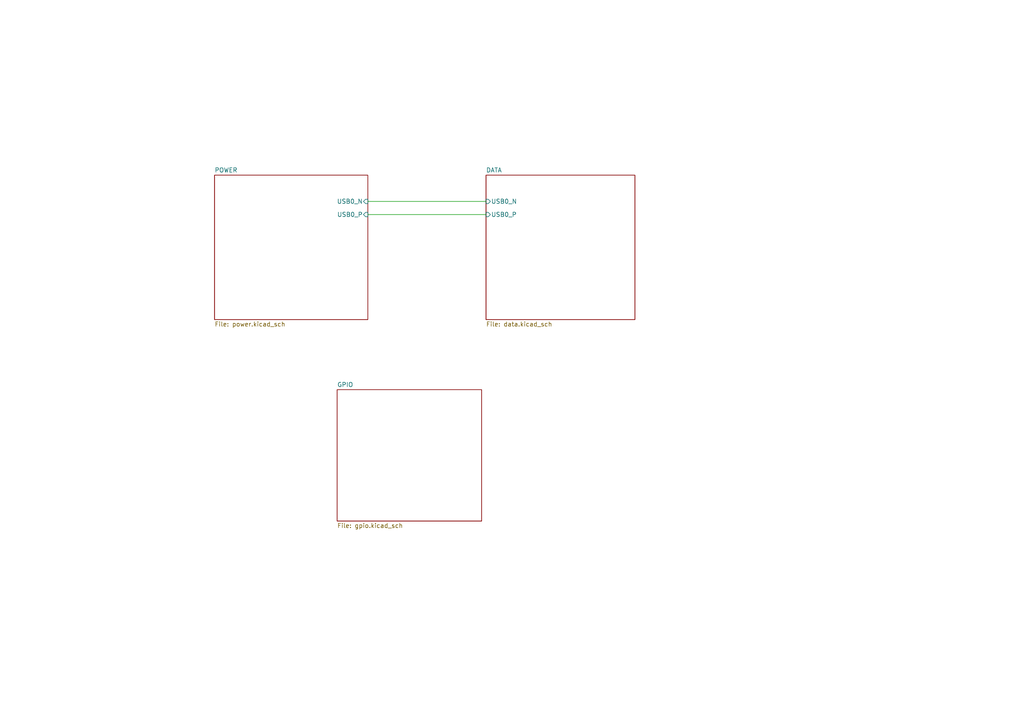
<source format=kicad_sch>
(kicad_sch (version 20230121) (generator eeschema)
  (paper "A4")
  (lib_symbols)
  (wire (pts (xy 106.68 58.42) (xy 140.97 58.42)))
  (wire (pts (xy 106.68 62.23) (xy 140.97 62.23)))
  (sheet (at 62.23 50.8) (size 44.45 41.91) (stroke (width 0.1524))
    (property "Sheetname" "POWER" (at 62.23 50.0884 0) (effects (justify left bottom)))
    (property "Sheetfile" "power.kicad_sch" (at 62.23 93.2946 0) (effects (justify left top)))
    (pin "USB0_N" input (at 106.68 58.42 0))
    (pin "USB0_P" input (at 106.68 62.23 0))
  )
  (sheet (at 97.79 113.03) (size 41.91 38.1) (stroke (width 0.1524))
    (property "Sheetname" "GPIO" (at 97.79 112.3184 0) (effects (justify left bottom)))
    (property "Sheetfile" "gpio.kicad_sch" (at 97.79 151.7146 0) (effects (justify left top)))
  )
  (sheet (at 140.97 50.8) (size 43.18 41.91) (stroke (width 0.1524))
    (property "Sheetname" "DATA" (at 140.97 50.0884 0) (effects (justify left bottom)))
    (property "Sheetfile" "data.kicad_sch" (at 140.97 93.2946 0) (effects (justify left top)))
    (pin "USB0_N" input (at 140.97 58.42 180))
    (pin "USB0_P" input (at 140.97 62.23 180))
  )
)
</source>
